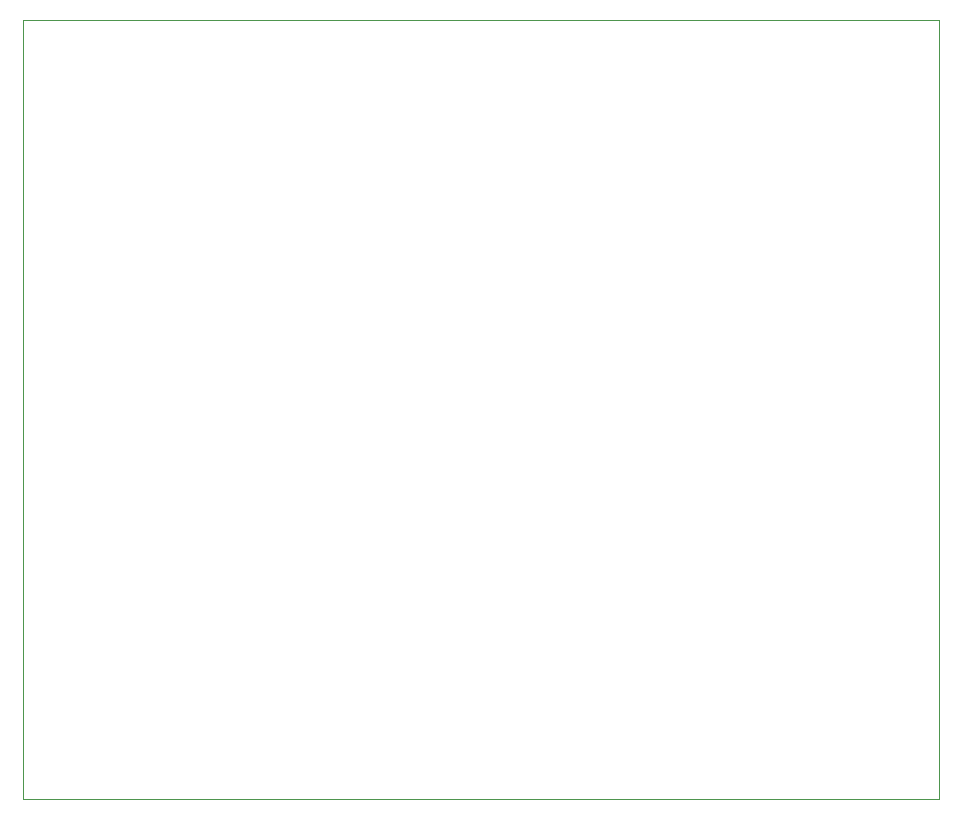
<source format=gbr>
%TF.GenerationSoftware,KiCad,Pcbnew,8.0.7*%
%TF.CreationDate,2024-12-30T10:45:42+13:00*%
%TF.ProjectId,Flight Computer V1,466c6967-6874-4204-936f-6d7075746572,rev?*%
%TF.SameCoordinates,Original*%
%TF.FileFunction,Profile,NP*%
%FSLAX46Y46*%
G04 Gerber Fmt 4.6, Leading zero omitted, Abs format (unit mm)*
G04 Created by KiCad (PCBNEW 8.0.7) date 2024-12-30 10:45:42*
%MOMM*%
%LPD*%
G01*
G04 APERTURE LIST*
%TA.AperFunction,Profile*%
%ADD10C,0.050000*%
%TD*%
G04 APERTURE END LIST*
D10*
X152500000Y-84000000D02*
X152500000Y-150000000D01*
X230000000Y-84000000D02*
X152500000Y-84000000D01*
X230000000Y-150000000D02*
X230000000Y-84000000D01*
X152500000Y-150000000D02*
X230000000Y-150000000D01*
M02*

</source>
